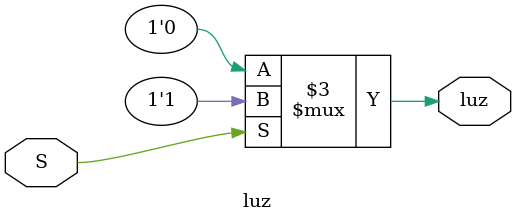
<source format=v>
module luz(
    input wire S,
    output reg luz
);

always @* begin
    if (S) begin
        luz = 1; // Enciende el LED cuando el switch está activado
    end else begin
        luz = 0; // Apaga el LED cuando el switch está desactivado
    end
end

//assign luz = S;


			 

endmodule
</source>
